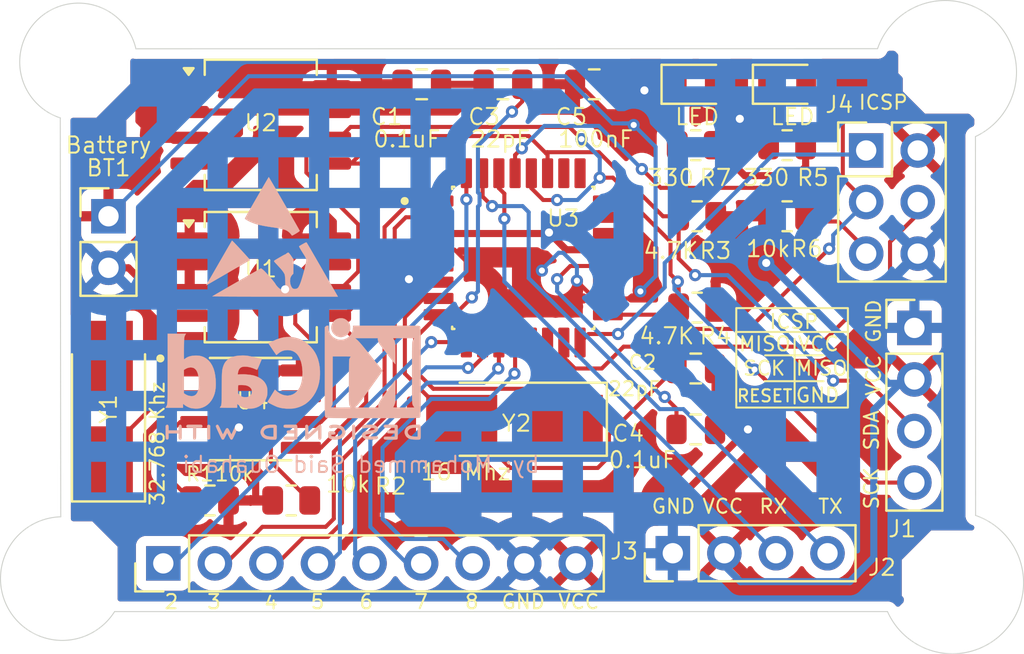
<source format=kicad_pcb>
(kicad_pcb (version 20241229) (generator "pcbnew") (generator_version "9.0")
  (title_block (title "MCU Datalogger") (date "2025-05-17") (rev "1") (company "Mohammed Said Ouahabi"))
  (layers (0 "F.Cu" signal) (2 "B.Cu" signal) (13 "F.Paste" user) (15 "B.Paste" user) (5 "F.SilkS" user "F.Silkscreen") (7 "B.SilkS" user "B.Silkscreen") (1 "F.Mask" user) (3 "B.Mask" user) (25 "Edge.Cuts" user))
  (net 0 "")
  (net 1 "GND")
  (net 2 "/Vcc")
  (net 3 "Net-(U3-PB6)")
  (net 4 "Net-(U3-PB7)")
  (net 5 "Net-(U3-AREF)")
  (net 6 "Net-(D1-K)")
  (net 7 "/SCK")
  (net 8 "Net-(D2-K)")
  (net 9 "/SDA")
  (net 10 "/RX")
  (net 11 "/TX")
  (net 12 "/D8")
  (net 13 "/D5")
  (net 14 "/D4")
  (net 15 "/D2")
  (net 16 "/D7")
  (net 17 "/D6")
  (net 18 "/D3")
  (net 19 "/MOSI")
  (net 20 "/MISO")
  (net 21 "/RESET")
  (net 22 "Net-(U4-~{INTA})")
  (net 23 "Net-(U4-SQW{slash}~INT)")
  (net 33 "Net-(U4-X1)")
  (net 34 "Net-(U4-X2)")
  (net 35 "/SCL")
  (footprint "Resistor_SMD:R_0805_2012Metric" (layer "F.Cu") (at 152.43 66.5)
    (property "Reference" "R7")
    (property "Value" "330")
  )
  (footprint "Resistor_SMD:R_0805_2012Metric" (layer "F.Cu") (at 156.93 70)
    (property "Reference" "R6")
    (property "Value" "10k")
  )
  (footprint "Capacitor_SMD:C_0805_2012Metric" (layer "F.Cu") (at 152.43 80.5 180)
    (property "Reference" "C4")
    (property "Value" "0.1uF")
  )
  (footprint "Connector_PinHeader_2.54mm:PinHeader_1x02_P2.54mm_Vertical" (layer "F.Cu") (at 123.5 70)
    (property "Reference" "BT1")
    (property "Value" "Battery")
  )
  (footprint "Crystal:Crystal_SMD_5032-2Pin_5.0x3.2mm_HandSoldering" (layer "F.Cu") (at 143.5 80 180)
    (property "Reference" "Y2")
    (property "Value" "16 Mhz")
  )
  (footprint "LED_SMD:LED_0805_2012Metric" (layer "F.Cu") (at 152.43 63.5)
    (property "Reference" "D2" (hide yes))
    (property "Value" "LED")
  )
  (footprint "Package_SO:SOIC-8_5.3x6.2mm_P1.27mm" (layer "F.Cu") (at 131 73)
    (property "Reference" "U1")
    (property "Value" "24LC1025" (hide yes))
  )
  (footprint "Connector_PinHeader_2.54mm:PinHeader_1x04_P2.54mm_Vertical" (layer "F.Cu") (at 163.2 75.5)
    (property "Reference" "J1")
    (property "Value" "Conn_01x04_Pin" (hide yes))
  )
  (footprint "Crystal:Crystal_SMD_5032-2Pin_5.0x3.2mm_HandSoldering" (layer "F.Cu") (at 123.5 79.5 90)
    (property "Reference" "Y1")
    (property "Value" "32.768 Khz")
  )
  (footprint "Connector_PinHeader_2.54mm:PinHeader_1x04_P2.54mm_Vertical" (layer "F.Cu") (at 151.3 86.6 90)
    (property "Reference" "J2")
    (property "Value" "Conn_01x04_Pin" (hide yes))
  )
  (footprint "ATMEGA328P-AU:QFP80P900X900X120-32N" (layer "F.Cu") (at 143.93 72.05)
    (property "Reference" "U3")
    (property "Value" "ATMEGA328P-AU" (hide yes))
  )
  (footprint "Connector_PinHeader_2.54mm:PinHeader_1x09_P2.54mm_Vertical" (layer "F.Cu") (at 126.2 87.1 90)
    (property "Reference" "J3")
    (property "Value" "Conn_01x09_Pin" (hide yes))
  )
  (footprint "Capacitor_SMD:C_0805_2012Metric" (layer "F.Cu") (at 142.93 63.5)
    (property "Reference" "C3")
    (property "Value" "22pF")
  )
  (footprint "Resistor_SMD:R_0805_2012Metric" (layer "F.Cu") (at 152.5 70 180)
    (property "Reference" "R3")
    (property "Value" "4.7K")
  )
  (footprint "Connector_PinHeader_2.54mm:PinHeader_2x03_P2.54mm_Vertical" (layer "F.Cu") (at 160.825 66.76)
    (property "Reference" "J4")
    (property "Value" "Conn_02x03_Odd_Even" (hide yes))
  )
  (footprint "MountingHole:MountingHole_2.1mm" (layer "F.Cu") (at 122 62.5)
    (property "Reference" "H1" (hide yes))
    (property "Value" "MountingHole" (hide yes))
  )
  (footprint "Capacitor_SMD:C_0805_2012Metric" (layer "F.Cu") (at 152.43 77.5 180)
    (property "Reference" "C2")
    (property "Value" "22pF")
  )
  (footprint "MountingHole:MountingHole_2.1mm" (layer "F.Cu") (at 165 88)
    (property "Reference" "H4" (hide yes))
    (property "Value" "MountingHole" (hide yes))
  )
  (footprint "Package_SO:SOIC-8_5.3x6.2mm_P1.27mm" (layer "F.Cu") (at 131 65.5)
    (property "Reference" "U2")
    (property "Value" "24LC1025" (hide yes))
  )
  (footprint "Resistor_SMD:R_0805_2012Metric" (layer "F.Cu") (at 132.5 84)
    (property "Reference" "R2")
    (property "Value" "10k")
  )
  (footprint "MountingHole:MountingHole_2.1mm" (layer "F.Cu") (at 165 62.5)
    (property "Reference" "H3" (hide yes))
    (property "Value" "MountingHole" (hide yes))
  )
  (footprint "Resistor_SMD:R_0805_2012Metric" (layer "F.Cu") (at 156.93 66.5 180)
    (property "Reference" "R5")
    (property "Value" "330")
  )
  (footprint "DS1337S_:SOIC127P600X175-8N" (layer "F.Cu") (at 130.5 79.5)
    (property "Reference" "U4")
    (property "Value" "DS1337S_" (hide yes))
  )
  (footprint "MountingHole:MountingHole_2.1mm" (layer "F.Cu") (at 121.5 87.5)
    (property "Reference" "H2" (hide yes))
    (property "Value" "MountingHole" (hide yes))
  )
  (footprint "Resistor_SMD:R_0805_2012Metric" (layer "F.Cu") (at 128.5 84 180)
    (property "Reference" "R1")
    (property "Value" "10k")
  )
  (footprint "LED_SMD:LED_0805_2012Metric" (layer "F.Cu") (at 156.93 63.5)
    (property "Reference" "D1" (hide yes))
    (property "Value" "LED")
  )
  (footprint "Capacitor_SMD:C_0805_2012Metric" (layer "F.Cu") (at 138.93 63.5)
    (property "Reference" "C1")
    (property "Value" "0.1uF")
  )
  (footprint "Capacitor_SMD:C_0805_2012Metric" (layer "F.Cu") (at 147.43 63.5)
    (property "Reference" "C5")
    (property "Value" "100nF")
  )
  (footprint "Resistor_SMD:R_0805_2012Metric" (layer "F.Cu") (at 152.5 74.5 180)
    (property "Reference" "R4")
    (property "Value" "4.7K")
  )
  (footprint "Symbol:KiCad-Logo2_5mm_SilkScreen" (layer "B.Cu") (at 132.6 78 180)
    (property "Reference" "REF**" (hide yes))
    (property "Value" "KiCad-Logo2_5mm_SilkScreen" (hide yes))
  )
  (footprint "Symbol:ESD-Logo_6.6x6mm_SilkScreen" (layer "B.Cu") (at 131.55 71 180)
    (property "Reference" "REF**" (hide yes))
    (property "Value" "ESD-Logo_6.6x6mm_SilkScreen" (hide yes))
  )
  (gr_line (start 155.825 78.125) (end 158.725 78.125) (stroke (width 0.1)) (layer "F.SilkS"))
  (gr_line (start 157.3 76.05) (end 157.3 79.225) (stroke (width 0.1)) (layer "F.SilkS"))
  (gr_line (start 155.85 76.85) (end 158.725 76.85) (stroke (width 0.1)) (layer "F.SilkS"))
  (gr_line (start 154.4 75.7) (end 159.925 75.7) (stroke (width 0.1)) (layer "F.SilkS"))
  (gr_rect (start 154.425 74.525) (end 159.925 79.425) (stroke (width 0.1)) (fill no) (layer "F.SilkS"))
  (gr_arc (start 166.215254 84.737834) (mid 167.657794 90.41639) (end 161.875 89.475) (stroke (width 0.05)) (layer "Edge.Cuts"))
  (gr_arc (start 123.8 89.475) (mid 118.57752 89.354028) (end 121.147614 84.806111) (stroke (width 0.05)) (layer "Edge.Cuts"))
  (gr_arc (start 161.385384 61.744968) (mid 167.062843 60.272292) (end 166.207919 66.075) (stroke (width 0.05)) (layer "Edge.Cuts"))
  (gr_line (start 161.385384 61.744968) (end 124.85 61.750002) (stroke (width 0.05)) (layer "Edge.Cuts"))
  (gr_line (start 166.215254 84.737834) (end 166.207919 66.075) (stroke (width 0.05)) (layer "Edge.Cuts"))
  (gr_line (start 123.8 89.474998) (end 161.875002 89.474998) (stroke (width 0.05)) (layer "Edge.Cuts"))
  (gr_arc (start 121.123357 65.155025) (mid 120.069655 60.259965) (end 124.85 61.75) (stroke (width 0.05)) (layer "Edge.Cuts"))
  (gr_line (start 121.125001 65.15) (end 121.147636 84.806111) (stroke (width 0.05)) (layer "Edge.Cuts"))
  (gr_text "GND" (at 157.3 79.225 0) (layer "F.SilkS") (effects (font (size 0.7 0.7) (thickness 0.1)) (justify left bottom)))
  (gr_text "ICSP" (at 160.4 64.8 0) (layer "F.SilkS") (effects (font (size 0.7 0.7) (thickness 0.1)) (justify left bottom)))
  (gr_text "2" (at 126.2 89.4 0) (layer "F.SilkS") (effects (font (size 0.7 0.7) (thickness 0.1)) (justify left bottom)))
  (gr_text "3" (at 128.3 89.4 0) (layer "F.SilkS") (effects (font (size 0.7 0.7) (thickness 0.1)) (justify left bottom)))
  (gr_text "7" (at 138.5 89.4 0) (layer "F.SilkS") (effects (font (size 0.7 0.7) (thickness 0.1)) (justify left bottom)))
  (gr_text "TX" (at 158.4 84.7 0) (layer "F.SilkS") (effects (font (size 0.7 0.7) (thickness 0.1)) (justify left bottom)))
  (gr_text "GND" (at 161.6 76.3 90) (layer "F.SilkS") (effects (font (size 0.7 0.7) (thickness 0.1)) (justify left bottom)))
  (gr_text "8\n" (at 141 89.4 0) (layer "F.SilkS") (effects (font (size 0.7 0.7) (thickness 0.1)) (justify left bottom)))
  (gr_text "6\n" (at 135.8 89.4 0) (layer "F.SilkS") (effects (font (size 0.7 0.7) (thickness 0.1)) (justify left bottom)))
  (gr_text "SCK" (at 161.5 84.5 90) (layer "F.SilkS") (effects (font (size 0.7 0.7) (thickness 0.1)) (justify left bottom)))
  (gr_text "VCC\n" (at 152.7 84.7 0) (layer "F.SilkS") (effects (font (size 0.7 0.7) (thickness 0.1)) (justify left bottom)))
  (gr_text "RESET" (at 154.4 79.2 0) (layer "F.SilkS") (effects (font (size 0.6 0.6) (thickness 0.1)) (justify left bottom)))
  (gr_text "GND" (at 142.8 89.4 0) (layer "F.SilkS") (effects (font (size 0.7 0.7) (thickness 0.1)) (justify left bottom)))
  (gr_text "VCC" (at 161.6 78.9 90) (layer "F.SilkS") (effects (font (size 0.7 0.7) (thickness 0.1)) (justify left bottom)))
  (gr_text "VCC\n" (at 145.6 89.4 0) (layer "F.SilkS") (effects (font (size 0.7 0.7) (thickness 0.1)) (justify left bottom)))
  (gr_text "RX" (at 155.5 84.7 0) (layer "F.SilkS") (effects (font (size 0.7 0.7) (thickness 0.1)) (justify left bottom)))
  (gr_text "5\n" (at 133.4 89.4 0) (layer "F.SilkS") (effects (font (size 0.7 0.7) (thickness 0.1)) (justify left bottom)))
  (gr_text "SCK" (at 154.7 77.9 0) (layer "F.SilkS") (effects (font (size 0.7 0.7) (thickness 0.1)) (justify left bottom)))
  (gr_text "ICSP" (at 156 75.6 0) (layer "F.SilkS") (effects (font (size 0.7 0.7) (thickness 0.1)) (justify left bottom)))
  (gr_text "GND" (at 150.2 84.7 0) (layer "F.SilkS") (effects (font (size 0.7 0.7) (thickness 0.1)) (justify left bottom)))
  (gr_text "MISO" (at 154.5 76.7 0) (layer "F.SilkS") (effects (font (size 0.7 0.7) (thickness 0.1)) (justify left bottom)))
  (gr_text "4\n" (at 131.1 89.4 0) (layer "F.SilkS") (effects (font (size 0.6 0.7) (thickness 0.1)) (justify left bottom)))
  (gr_text "VCC\n" (at 157.4 76.7 0) (layer "F.SilkS") (effects (font (size 0.7 0.7) (thickness 0.1)) (justify left bottom)))
  (gr_text "SDA\n" (at 161.5 81.6 90) (layer "F.SilkS") (effects (font (size 0.7 0.7) (thickness 0.1)) (justify left bottom)))
  (gr_text "MISO" (at 157.3 77.9 0) (layer "F.SilkS") (effects (font (size 0.7 0.7) (thickness 0.1)) (justify left bottom)))
  (gr_text "by: Mohammed Said Ouahabi" (at 144.8 82.7 0) (layer "B.SilkS") (effects (font (size 0.8 0.8) (thickness 0.1)) (justify left bottom mirror)))
  (segment (start 130.08137 80.408714) (end 130.075003 80.402347) (width 0.35) (layer "F.Cu") (net 1))
  (segment (start 127.5 67.405) (end 128.449999 67.405) (width 0.35) (layer "F.Cu") (net 1))
  (segment (start 145.15 70.85) (end 145.2 70.8) (width 0.35) (layer "F.Cu") (net 1))
  (segment (start 138.85 70.85) (end 138.3 71.4) (width 0.35) (layer "F.Cu") (net 1))
  (segment (start 151.34 84.16) (end 155 80.5) (width 0.35) (layer "F.Cu") (net 1))
  (segment (start 130.075003 80.402347) (end 129.925 80.402347) (width 0.35) (layer "F.Cu") (net 1))
  (segment (start 128.449999 67.405) (end 129.95 65.904999) (width 0.35) (layer "F.Cu") (net 1))
  (segment (start 139.76 70.85) (end 138.85 70.85) (width 0.35) (layer "F.Cu") (net 1))
  (segment (start 153.38 80.5) (end 155 80.5) (width 0.35) (layer "F.Cu") (net 1))
  (segment (start 153.38 77.5) (end 153.38 80.5) (width 0.35) (layer "F.Cu") (net 1))
  (segment (start 139.88 63.5) (end 141.98 63.5) (width 0.35) (layer "F.Cu") (net 1))
  (segment (start 157.4 68) (end 157.8425 67.5575) (width 0.35) (layer "F.Cu") (net 1))
  (segment (start 124.776 71.276) (end 124.764 71.276) (width 0.35) (layer "F.Cu") (net 1))
  (segment (start 129.975 80.50235) (end 129.975 80.452347) (width 0.35) (layer "F.Cu") (net 1))
  (segment (start 127.5 74.905) (end 126.8475 74.905) (width 0.35) (layer "F.Cu") (net 1))
  (segment (start 154.8425 68) (end 157.4 68) (width 0.35) (layer "F.Cu") (net 1))
  (segment (start 124.764 71.276) (end 123.5 72.54) (width 0.35) (layer "F.Cu") (net 1))
  (segment (start 153.3425 66.5) (end 154.8425 68) (width 0.35) (layer "F.Cu") (net 1))
  (segment (start 139.76 70.85) (end 145.15 70.85) (width 0.35) (layer "F.Cu") (net 1))
  (segment (start 151.34 86.56) (end 151.34 84.16) (width 0.35) (layer "F.Cu") (net 1))
  (segment (start 151.3 86.6) (end 151.34 86.56) (width 0.35) (layer "F.Cu") (net 1))
  (segment (start 129.975 80.452347) (end 129.925 80.402347) (width 0.35) (layer "F.Cu") (net 1))
  (segment (start 127.5 67.405) (end 125.5 69.405) (width 0.35) (layer "F.Cu") (net 1))
  (segment (start 124.776 71.264) (end 124.776 71.276) (width 0.35) (layer "F.Cu") (net 1))
  (segment (start 134.5 64.865) (end 140.615 64.865) (width 0.35) (layer "F.Cu") (net 1))
  (segment (start 148.1 71.65) (end 146.05 71.65) (width 0.35) (layer "F.Cu") (net 1))
  (segment (start 130.08137 80.41863) (end 130.08137 80.408714) (width 0.35) (layer "F.Cu") (net 1))
  (segment (start 153.3425 66.4575) (end 154.6 65.2) (width 0.35) (layer "F.Cu") (net 1))
  (segment (start 146.05 71.65) (end 145.2 70.8) (width 0.35) (layer "F.Cu") (net 1))
  (segment (start 140.615 64.865) (end 141.98 63.5) (width 0.35) (layer "F.Cu") (net 1))
  (segment (start 163.5 72.305) (end 163.765 72.04) (width 0.35) (layer "F.Cu") (net 1))
  (segment (start 126.8475 74.905) (end 124.4825 72.54) (width 0.35) (layer "F.Cu") (net 1))
  (segment (start 134.5 72.365) (end 133.435 72.365) (width 0.35) (layer "F.Cu") (net 1))
  (segment (start 133.435 72.365) (end 132.2 73.6) (width 0.35) (layer "F.Cu") (net 1))
  (segment (start 128.025 81.405) (end 129.07235 81.405) (width 0.35) (layer "F.Cu") (net 1))
  (segment (start 148.68 63.8) (end 148.38 63.5) (width 0.35) (layer "F.Cu") (net 1))
  (segment (start 129.95 65.904999) (end 129.95 64.865) (width 0.35) (layer "F.Cu") (net 1))
  (segment (start 157.8425 67.5575) (end 157.8425 66.5) (width 0.35) (layer "F.Cu") (net 1))
  (segment (start 125.5 69.405) (end 125.5 70.54) (width 0.35) (layer "F.Cu") (net 1))
  (segment (start 138.85 72.45) (end 139.76 72.45) (width 0.35) (layer "F.Cu") (net 1))
  (segment (start 138.3 71.4) (end 138.3 71.9) (width 0.35) (layer "F.Cu") (net 1))
  (segment (start 130 80.5) (end 130.08137 80.41863) (width 0.35) (layer "F.Cu") (net 1))
  (segment (start 124.4825 72.54) (end 123.5 72.54) (width 0.35) (layer "F.Cu") (net 1))
  (segment (start 129.95 64.865) (end 127.5 64.865) (width 0.35) (layer "F.Cu") (net 1))
  (segment (start 129.07235 81.405) (end 129.975 80.50235) (width 0.35) (layer "F.Cu") (net 1))
  (segment (start 125.5 70.54) (end 124.776 71.264) (width 0.35) (layer "F.Cu") (net 1))
  (segment (start 153.3425 66.5) (end 153.3425 66.4575) (width 0.35) (layer "F.Cu") (net 1))
  (segment (start 138.3 71.9) (end 138.3 73.1) (width 0.35) (layer "F.Cu") (net 1))
  (segment (start 134.5 64.865) (end 129.95 64.865) (width 0.35) (layer "F.Cu") (net 1))
  (segment (start 138.3 71.9) (end 138.85 72.45) (width 0.35) (layer "F.Cu") (net 1))
  (segment (start 149.9 63.8) (end 148.68 63.8) (width 0.35) (layer "F.Cu") (net 1))
  (via (at 155 80.5) (size 0.8) (drill 0.4) (layers "F.Cu" "B.Cu") (net 1))
  (via (at 132.2 73.6) (size 0.8) (drill 0.4) (layers "F.Cu" "B.Cu") (net 1))
  (via (at 154.6 65.2) (size 0.8) (drill 0.4) (layers "F.Cu" "B.Cu") (net 1))
  (via (at 129.925 80.402347) (size 0.8) (drill 0.4) (layers "F.Cu" "B.Cu") (net 1))
  (via (at 149.9 63.8) (size 0.8) (drill 0.4) (layers "F.Cu" "B.Cu") (net 1))
  (via (at 145.2 70.8) (size 0.8) (drill 0.4) (layers "F.Cu" "B.Cu") (net 1))
  (via (at 138.3 73.1) (size 0.8) (drill 0.4) (layers "F.Cu" "B.Cu") (net 1))
  (segment (start 127.495 63.6) (end 125.7 63.6) (width 0.35) (layer "F.Cu") (net 2))
  (segment (start 129.4125 84) (end 130.75 84) (width 0.35) (layer "F.Cu") (net 2))
  (segment (start 149.35 74.05) (end 149.7 73.7) (width 0.2) (layer "F.Cu") (net 2))
  (segment (start 146.48 63.5) (end 146.7 63.5) (width 0.2) (layer "F.Cu") (net 2))
  (segment (start 153.4125 70) (end 156.0175 70) (width 0.35) (layer "F.Cu") (net 2))
  (segment (start 148.702909 65.502909) (end 149.372091 65.502909) (width 0.2) (layer "F.Cu") (net 2))
  (segment (start 146.48 63.5) (end 147.58 62.4) (width 0.2) (layer "F.Cu") (net 2))
  (segment (start 143.775 73.7) (end 144.8 72.675) (width 0.2) (layer "F.Cu") (net 2))
  (segment (start 148.1 74.05) (end 149.35 74.05) (width 0.2) (layer "F.Cu") (net 2))
  (segment (start 130.75 84) (end 131.5875 84) (width 0.35) (layer "F.Cu") (net 2))
  (segment (start 127.5 73.635) (end 130.265 73.635) (width 0.35) (layer "F.Cu") (net 2))
  (segment (start 132.975 77.595) (end 131.99 77.595) (width 0.35) (layer "F.Cu") (net 2))
  (segment (start 127.5 63.595) (end 127.495 63.6) (width 0.35) (layer "F.Cu") (net 2))
  (segment (start 146.575 73.175) (end 146.575 73.193022) (width 0.2) (layer "F.Cu") (net 2))
  (segment (start 146.7 63.5) (end 148.702909 65.502909) (width 0.2) (layer "F.Cu") (net 2))
  (segment (start 130.265 73.635) (end 132.805 71.095) (width 0.35) (layer "F.Cu") (net 2))
  (segment (start 125.835 66.135) (end 127.5 66.135) (width 0.35) (layer "F.Cu") (net 2))
  (segment (start 131.99 77.595) (end 130.75 78.835) (width 0.35) (layer "F.Cu") (net 2))
  (segment (start 125.7 63.6) (end 125 64.3) (width 0.35) (layer "F.Cu") (net 2))
  (segment (start 132.805 71.095) (end 134.5 71.095) (width 0.35) (layer "F.Cu") (net 2))
  (segment (start 155.6 72) (end 155.9 72.3) (width 0.35) (layer "F.Cu") (net 2))
  (segment (start 146.575 73.193022) (end 147.431978 74.05) (width 0.2) (layer "F.Cu") (net 2))
  (segment (start 144.8 72.675) (end 144.85 72.675) (width 0.2) (layer "F.Cu") (net 2))
  (segment (start 153.4125 70) (end 153.4125 72) (width 0.35) (layer "F.Cu") (net 2))
  (segment (start 152.2675 62.4) (end 153.3675 63.5) (width 0.2) (layer "F.Cu") (net 2))
  (segment (start 142.6 73.7) (end 143.775 73.7) (width 0.2) (layer "F.Cu") (net 2))
  (segment (start 139.76 71.65) (end 140.55 71.65) (width 0.2) (layer "F.Cu") (net 2))
  (segment (start 140.55 71.65) (end 142.6 73.7) (width 0.2) (layer "F.Cu") (net 2))
  (segment (start 127.5 72.365) (end 127.5 73.635) (width 0.35) (layer "F.Cu") (net 2))
  (segment (start 153.4125 72) (end 155.6 72) (width 0.35) (layer "F.Cu") (net 2))
  (segment (start 130.75 78.835) (end 130.75 84) (width 0.35) (layer "F.Cu") (net 2))
  (segment (start 147.58 62.4) (end 152.2675 62.4) (width 0.2) (layer "F.Cu") (net 2))
  (segment (start 125 64.3) (end 125 65.3) (width 0.35) (layer "F.Cu") (net 2))
  (segment (start 127.5 71.095) (end 127.5 72.365) (width 0.35) (layer "F.Cu") (net 2))
  (segment (start 147.431978 74.05) (end 148.1 74.05) (width 0.2) (layer "F.Cu") (net 2))
  (segment (start 153.4125 72) (end 153.4125 74.5) (width 0.35) (layer "F.Cu") (net 2))
  (segment (start 134.5 63.595) (end 137.885 63.595) (width 0.35) (layer "F.Cu") (net 2))
  (segment (start 125 65.3) (end 125.835 66.135) (width 0.35) (layer "F.Cu") (net 2))
  (segment (start 137.885 63.595) (end 137.98 63.5) (width 0.35) (layer "F.Cu") (net 2))
  (via (at 155.9 72.3) (size 0.8) (drill 0.4) (layers "F.Cu" "B.Cu") (net 2))
  (via (at 146.575 73.175) (size 0.6) (drill 0.3) (layers "F.Cu" "B.Cu") (net 2))
  (via (at 149.7 73.7) (size 0.6) (drill 0.3) (layers "F.Cu" "B.Cu") (net 2))
  (via (at 149.372091 65.502909) (size 0.6) (drill 0.3) (layers "F.Cu" "B.Cu") (net 2))
  (via (at 144.85 72.675) (size 0.6) (drill 0.3) (layers "F.Cu" "B.Cu") (net 2))
  (segment (start 160.014537 88) (end 161.2 86.814537) (width 0.35) (layer "B.Cu") (net 2))
  (segment (start 153.84 87.21) (end 154.63 88) (width 0.35) (layer "B.Cu") (net 2))
  (segment (start 148.325 65.425) (end 148.825 65.425) (width 0.2) (layer "B.Cu") (net 2))
  (segment (start 130.4 63.1) (end 146 63.1) (width 0.2) (layer "B.Cu") (net 2))
  (segment (start 154.63 88) (end 160.014537 88) (width 0.35) (layer "B.Cu") (net 2))
  (segment (start 123.5 70) (end 130.4 63.1) (width 0.2) (layer "B.Cu") (net 2))
  (segment (start 153.84 86.6) (end 153.84 87.21) (width 0.35) (layer "B.Cu") (net 2))
  (segment (start 162.5 78.23) (end 161.93 78.23) (width 0.35) (layer "B.Cu") (net 2))
  (segment (start 150.451 66.581818) (end 150.451 72.949) (width 0.2) (layer "B.Cu") (net 2))
  (segment (start 145.9 71.8) (end 145.675 71.8) (width 0.2) (layer "B.Cu") (net 2))
  (segment (start 161.93 78.23) (end 156 72.3) (width 0.35) (layer "B.Cu") (net 2))
  (segment (start 149.294182 65.425) (end 149.372091 65.502909) (width 0.2) (layer "B.Cu") (net 2))
  (segment (start 161.2 86.814537) (end 161.2 79.53) (width 0.35) (layer "B.Cu") (net 2))
  (segment (start 150.451 72.949) (end 149.7 73.7) (width 0.2) (layer "B.Cu") (net 2))
  (segment (start 148.825 65.425) (end 149.294182 65.425) (width 0.2) (layer "B.Cu") (net 2))
  (segment (start 156 72.3) (end 155.9 72.3) (width 0.35) (layer "B.Cu") (net 2))
  (segment (start 163.01 78.23) (end 162.5 78.23) (width 0.35) (layer "B.Cu") (net 2))
  (segment (start 148.825 65.425) (end 149.294182 65.425) (width 0.2) (layer "B.Cu") (net 2))
  (segment (start 146 63.1) (end 148.325 65.425) (width 0.2) (layer "B.Cu") (net 2))
  (segment (start 144.85 72.625) (end 144.85 72.675) (width 0.2) (layer "B.Cu") (net 2))
  (segment (start 163.2 78.04) (end 163.01 78.23) (width 0.35) (layer "B.Cu") (net 2))
  (segment (start 149.294182 65.425) (end 150.451 66.581818) (width 0.2) (layer "B.Cu") (net 2))
  (segment (start 146.575 72.475) (end 145.9 71.8) (width 0.2) (layer "B.Cu") (net 2))
  (segment (start 161.2 79.53) (end 162.5 78.23) (width 0.35) (layer "B.Cu") (net 2))
  (segment (start 145.675 71.8) (end 144.85 72.625) (width 0.2) (layer "B.Cu") (net 2))
  (segment (start 146.575 73.175) (end 146.575 72.475) (width 0.2) (layer "B.Cu") (net 2))
  (segment (start 140.35 80) (end 138.1 77.75) (width 0.2) (layer "F.Cu") (net 3))
  (segment (start 143.3 82.4) (end 140.9 80) (width 0.2) (layer "F.Cu") (net 3))
  (segment (start 151.48 77.5) (end 151.48 77.92) (width 0.2) (layer "F.Cu") (net 3))
  (segment (start 138.1 74.975) (end 139.025 74.05) (width 0.2) (layer "F.Cu") (net 3))
  (segment (start 147.6 82.4) (end 143.3 82.4) (width 0.2) (layer "F.Cu") (net 3))
  (segment (start 140.9 80) (end 140.35 80) (width 0.2) (layer "F.Cu") (net 3))
  (segment (start 148.151 80.750581) (end 148.151 81.849) (width 0.2) (layer "F.Cu") (net 3))
  (segment (start 148.151 81.849) (end 147.6 82.4) (width 0.2) (layer "F.Cu") (net 3))
  (segment (start 151.48 77.92) (end 151.23079 77.670791) (width 0.2) (layer "F.Cu") (net 3))
  (segment (start 139.025 74.05) (end 139.76 74.05) (width 0.2) (layer "F.Cu") (net 3))
  (segment (start 138.1 77.75) (end 138.1 74.975) (width 0.2) (layer "F.Cu") (net 3))
  (segment (start 151.23079 77.670791) (end 148.151 80.750581) (width 0.2) (layer "F.Cu") (net 3))
  (segment (start 139.76 74.85) (end 138.6 76.01) (width 0.2) (layer "F.Cu") (net 4))
  (segment (start 139.76 74.85) (end 140.55 74.85) (width 0.2) (layer "F.Cu") (net 4))
  (segment (start 143.88 63.5) (end 143.88 64.346617) (width 0.2) (layer "F.Cu") (net 4))
  (segment (start 143.88 64.346617) (end 143.376617 64.85) (width 0.2) (layer "F.Cu") (net 4))
  (segment (start 139.5 78.5) (end 144.6 78.5) (width 0.2) (layer "F.Cu") (net 4))
  (segment (start 138.6 76.01) (end 138.6 77.6) (width 0.2) (layer "F.Cu") (net 4))
  (segment (start 138.6 77.6) (end 139.5 78.5) (width 0.2) (layer "F.Cu") (net 4))
  (segment (start 140.55 74.85) (end 141.4 74) (width 0.2) (layer "F.Cu") (net 4))
  (segment (start 144.6 78.5) (end 146.1 80) (width 0.2) (layer "F.Cu") (net 4))
  (via (at 141.4 74) (size 0.6) (drill 0.3) (layers "F.Cu" "B.Cu") (net 4))
  (via (at 143.376617 64.85) (size 0.6) (drill 0.3) (layers "F.Cu" "B.Cu") (net 4))
  (segment (start 141.7 66.526617) (end 141.7 68.825761) (width 0.2) (layer "B.Cu") (net 4))
  (segment (start 141.7 69.524239) (end 141.7 73.7) (width 0.2) (layer "B.Cu") (net 4))
  (segment (start 141.7 68.825761) (end 141.78 68.905761) (width 0.2) (layer "B.Cu") (net 4))
  (segment (start 141.78 69.444239) (end 141.7 69.524239) (width 0.2) (layer "B.Cu") (net 4))
  (segment (start 141.7 73.7) (end 141.4 74) (width 0.2) (layer "B.Cu") (net 4))
  (segment (start 141.78 68.905761) (end 141.78 69.444239) (width 0.2) (layer "B.Cu") (net 4))
  (segment (start 143.376617 64.85) (end 141.7 66.526617) (width 0.2) (layer "B.Cu") (net 4))
  (segment (start 151.48 80.5) (end 151.48 80.52) (width 0.2) (layer "F.Cu") (net 5))
  (segment (start 151.48 80.52) (end 151.2 80.8) (width 0.2) (layer "F.Cu") (net 5))
  (segment (start 146.25 72.45) (end 145.6 73.1) (width 0.2) (layer "F.Cu") (net 5))
  (segment (start 151.48 79.48) (end 150.9 78.9) (width 0.2) (layer "F.Cu") (net 5))
  (segment (start 148.1 72.45) (end 146.25 72.45) (width 0.2) (layer "F.Cu") (net 5))
  (segment (start 151.48 80.5) (end 151.48 79.48) (width 0.2) (layer "F.Cu") (net 5))
  (via (at 145.6 73.1) (size 0.6) (drill 0.3) (layers "F.Cu" "B.Cu") (net 5))
  (via (at 150.9 78.9) (size 0.6) (drill 0.3) (layers "F.Cu" "B.Cu") (net 5))
  (segment (start 145.6 73.7) (end 145.6 73.1) (width 0.2) (layer "B.Cu") (net 5))
  (segment (start 150.8 78.9) (end 145.6 73.7) (width 0.2) (layer "B.Cu") (net 5))
  (segment (start 150.9 78.9) (end 150.8 78.9) (width 0.2) (layer "B.Cu") (net 5))
  (segment (start 155.9925 63.5) (end 155.9925 66.475) (width 0.2) (layer "F.Cu") (net 6))
  (segment (start 155.9925 66.475) (end 156.0175 66.5) (width 0.2) (layer "F.Cu") (net 6))
  (segment (start 157.8675 63.5) (end 159.674 65.3065) (width 0.2) (layer "F.Cu") (net 7))
  (segment (start 155.049 75.551) (end 159 71.6) (width 0.2) (layer "F.Cu") (net 7))
  (segment (start 148.1 74.85) (end 150.43884 74.85) (width 0.2) (layer "F.Cu") (net 7))
  (segment (start 150.43884 74.85) (end 151.13984 75.551) (width 0.2) (layer "F.Cu") (net 7))
  (segment (start 159.674 65.3065) (end 159.674 68.149) (width 0.2) (layer "F.Cu") (net 7))
  (segment (start 151.13984 75.551) (end 155.049 75.551) (width 0.2) (layer "F.Cu") (net 7))
  (segment (start 159.674 68.149) (end 160.825 69.3) (width 0.2) (layer "F.Cu") (net 7))
  (via (at 159 71.6) (size 0.6) (drill 0.3) (layers "F.Cu" "B.Cu") (net 7))
  (segment (start 159.2 70.925) (end 160.825 69.3) (width 0.2) (layer "B.Cu") (net 7))
  (segment (start 159 71.6) (end 159.2 71.4) (width 0.2) (layer "B.Cu") (net 7))
  (segment (start 159.2 71.4) (end 159.2 70.925) (width 0.2) (layer "B.Cu") (net 7))
  (segment (start 151.5175 66.5) (end 151.5175 63.525) (width 0.2) (layer "F.Cu") (net 8))
  (segment (start 151.5175 63.525) (end 151.4925 63.5) (width 0.2) (layer "F.Cu") (net 8))
  (segment (start 133.96 81.405) (end 136.195 79.17) (width 0.2) (layer "F.Cu") (net 9))
  (segment (start 132.975 81.405) (end 133.96 81.405) (width 0.2) (layer "F.Cu") (net 9))
  (segment (start 147.656997 66.844) (end 145.106 66.844) (width 0.2) (layer "F.Cu") (net 9))
  (segment (start 134.5 67.405) (end 135.449999 67.405) (width 0.2) (layer "F.Cu") (net 9))
  (segment (start 136.298 73.709315) (end 136.298 67.798) (width 0.2) (layer "F.Cu") (net 9))
  (segment (start 136.804999 66.05) (end 144.206099 66.05) (width 0.2) (layer "F.Cu") (net 9))
  (segment (start 145.053049 66.896951) (end 145.13 66.973901) (width 0.2) (layer "F.Cu") (net 9))
  (segment (start 136.298 67.798) (end 135.905 67.405) (width 0.2) (layer "F.Cu") (net 9))
  (segment (start 135.102315 74.905) (end 136.298 73.709315) (width 0.2) (layer "F.Cu") (net 9))
  (segment (start 135.905 67.405) (end 134.5 67.405) (width 0.2) (layer "F.Cu") (net 9))
  (segment (start 150.812997 70) (end 147.656997 66.844) (width 0.2) (layer "F.Cu") (net 9))
  (segment (start 145.13 66.973901) (end 145.13 67.88) (width 0.2) (layer "F.Cu") (net 9))
  (segment (start 151.5875 72.0875) (end 152.4 72.9) (width 0.2) (layer "F.Cu") (net 9))
  (segment (start 145.106 66.844) (end 145.053049 66.896951) (width 0.2) (layer "F.Cu") (net 9))
  (segment (start 134.5 74.905) (end 135.102315 74.905) (width 0.2) (layer "F.Cu") (net 9))
  (segment (start 136.195 79.17) (end 136.195 76.6) (width 0.2) (layer "F.Cu") (net 9))
  (segment (start 151.5875 70) (end 150.812997 70) (width 0.2) (layer "F.Cu") (net 9))
  (segment (start 144.206099 66.05) (end 145.053049 66.896951) (width 0.2) (layer "F.Cu") (net 9))
  (segment (start 163.2 80.58) (end 163.2 80.47) (width 0.2) (layer "F.Cu") (net 9))
  (segment (start 136.195 76.6) (end 134.5 74.905) (width 0.2) (layer "F.Cu") (net 9))
  (segment (start 151.5875 70) (end 151.5875 72.0875) (width 0.2) (layer "F.Cu") (net 9))
  (segment (start 160.83 78.1) (end 159.2 78.1) (width 0.2) (layer "F.Cu") (net 9))
  (segment (start 163.2 80.47) (end 160.83 78.1) (width 0.2) (layer "F.Cu") (net 9))
  (segment (start 135.449999 67.405) (end 136.804999 66.05) (width 0.2) (layer "F.Cu") (net 9))
  (via (at 152.4 72.9) (size 0.6) (drill 0.3) (layers "F.Cu" "B.Cu") (net 9))
  (via (at 159.2 78.1) (size 0.6) (drill 0.3) (layers "F.Cu" "B.Cu") (net 9))
  (segment (start 154 72.9) (end 152.4 72.9) (width 0.2) (layer "B.Cu") (net 9))
  (segment (start 159.2 78.1) (end 154 72.9) (width 0.2) (layer "B.Cu") (net 9))
  (segment (start 143 68.885) (end 143 70.125) (width 0.2) (layer "F.Cu") (net 10))
  (segment (start 142.73 68.615) (end 143 68.885) (width 0.2) (layer "F.Cu") (net 10))
  (segment (start 142.73 67.88) (end 142.73 68.615) (width 0.2) (layer "F.Cu") (net 10))
  (via (at 143 70.125) (size 0.6) (drill 0.3) (layers "F.Cu" "B.Cu") (net 10))
  (segment (start 156.38 86.6) (end 143 73.22) (width 0.2) (layer "B.Cu") (net 10))
  (segment (start 143 73.22) (end 143 70.125) (width 0.2) (layer "B.Cu") (net 10))
  (segment (start 141.93 67.88) (end 141.93 69.03) (width 0.2) (layer "F.Cu") (net 11))
  (segment (start 141.93 69.03) (end 142.4 69.5) (width 0.2) (layer "F.Cu") (net 11))
  (via (at 142.4 69.5) (size 0.6) (drill 0.3) (layers "F.Cu" "B.Cu") (net 11))
  (segment (start 144.2 73.049943) (end 144.2 69.8) (width 0.2) (layer "B.Cu") (net 11))
  (segment (start 144.2 69.8) (end 143.9 69.5) (width 0.2) (layer "B.Cu") (net 11))
  (segment (start 158.92 86.6) (end 151.821 79.501) (width 0.2) (layer "B.Cu") (net 11))
  (segment (start 151.821 79.501) (end 150.651057 79.501) (width 0.2) (layer "B.Cu") (net 11))
  (segment (start 150.651057 79.501) (end 144.2 73.049943) (width 0.2) (layer "B.Cu") (net 11))
  (segment (start 143.9 69.5) (end 142.4 69.5) (width 0.2) (layer "B.Cu") (net 11))
  (segment (start 143.53 76.22) (end 143.53 77.72) (width 0.2) (layer "F.Cu") (net 12))
  (segment (start 143.53 77.72) (end 143.5 77.75) (width 0.2) (layer "F.Cu") (net 12))
  (via (at 143.5 77.75) (size 0.6) (drill 0.3) (layers "F.Cu" "B.Cu") (net 12))
  (segment (start 141.18 87.1) (end 139.98 85.9) (width 0.2) (layer "B.Cu") (net 12))
  (segment (start 139.4 79) (end 142.25 79) (width 0.2) (layer "B.Cu") (net 12))
  (segment (start 142.25 79) (end 143.5 77.75) (width 0.2) (layer "B.Cu") (net 12))
  (segment (start 137 81.4) (end 139.4 79) (width 0.2) (layer "B.Cu") (net 12))
  (segment (start 139.98 85.9) (end 138 85.9) (width 0.2) (layer "B.Cu") (net 12))
  (segment (start 141.44 87.1) (end 141.18 87.1) (width 0.2) (layer "B.Cu") (net 12))
  (segment (start 137 84.9) (end 137 81.4) (width 0.2) (layer "B.Cu") (net 12))
  (segment (start 138 85.9) (end 137 84.9) (width 0.2) (layer "B.Cu") (net 12))
  (segment (start 141.11 76.2) (end 141.13 76.22) (width 0.2) (layer "F.Cu") (net 13))
  (segment (start 139.4 76.2) (end 141.11 76.2) (width 0.2) (layer "F.Cu") (net 13))
  (via (at 139.4 76.2) (size 0.6) (drill 0.3) (layers "F.Cu" "B.Cu") (net 13))
  (segment (start 134.9 80.7) (end 139.4 76.2) (width 0.2) (layer "B.Cu") (net 13))
  (segment (start 134.36 87.1) (end 134.9 86.56) (width 0.2) (layer "B.Cu") (net 13))
  (segment (start 133.82 87.1) (end 134.36 87.1) (width 0.2) (layer "B.Cu") (net 13))
  (segment (start 134.9 86.56) (end 134.9 80.7) (width 0.2) (layer "B.Cu") (net 13))
  (segment (start 137.6 70.6) (end 137.6 72.739339) (width 0.2) (layer "F.Cu") (net 14))
  (segment (start 138.15 70.05) (end 137.6 70.6) (width 0.2) (layer "F.Cu") (net 14))
  (segment (start 131.82 87.1) (end 131.28 87.1) (width 0.2) (layer "F.Cu") (net 14))
  (segment (start 137.6 72.739339) (end 137.55 72.789339) (width 0.2) (layer "F.Cu") (net 14))
  (segment (start 137.55 73.410661) (end 137.6 73.460661) (width 0.2) (layer "F.Cu") (net 14))
  (segment (start 137.55 72.789339) (end 137.55 73.410661) (width 0.2) (layer "F.Cu") (net 14))
  (segment (start 135 82) (end 135 85.1) (width 0.2) (layer "F.Cu") (net 14))
  (segment (start 137.6 73.460661) (end 137.6 79.4) (width 0.2) (layer "F.Cu") (net 14))
  (segment (start 134.3 85.8) (end 133.12 85.8) (width 0.2) (layer "F.Cu") (net 14))
  (segment (start 139.76 70.05) (end 138.15 70.05) (width 0.2) (layer "F.Cu") (net 14))
  (segment (start 137.6 79.4) (end 135 82) (width 0.2) (layer "F.Cu") (net 14))
  (segment (start 135 85.1) (end 134.3 85.8) (width 0.2) (layer "F.Cu") (net 14))
  (segment (start 133.12 85.8) (end 131.82 87.1) (width 0.2) (layer "F.Cu") (net 14))
  (segment (start 141.13 67.88) (end 141.13 69.175) (width 0.2) (layer "F.Cu") (net 15))
  (via (at 141.13 69.175) (size 0.6) (drill 0.3) (layers "F.Cu" "B.Cu") (net 15))
  (segment (start 126.2 87.1) (end 126.74 87.1) (width 0.2) (layer "B.Cu") (net 15))
  (segment (start 141.13 72.71) (end 141.13 69.175) (width 0.2) (layer "B.Cu") (net 15))
  (segment (start 126.74 87.1) (end 141.13 72.71) (width 0.2) (layer "B.Cu") (net 15))
  (segment (start 142.73 76.22) (end 142.73 77.47) (width 0.2) (layer "F.Cu") (net 16))
  (segment (start 142.73 77.47) (end 142.7 77.5) (width 0.2) (layer "F.Cu") (net 16))
  (via (at 142.7 77.5) (size 0.6) (drill 0.3) (layers "F.Cu" "B.Cu") (net 16))
  (segment (start 136.4 81) (end 139.2 78.2) (width 0.2) (layer "B.Cu") (net 16))
  (segment (start 136.4 85.3) (end 136.4 81) (width 0.2) (layer "B.Cu") (net 16))
  (segment (start 142 78.2) (end 142.7 77.5) (width 0.2) (layer "B.Cu") (net 16))
  (segment (start 138.9 87.1) (end 138.2 87.1) (width 0.2) (layer "B.Cu") (net 16))
  (segment (start 138.2 87.1) (end 136.4 85.3) (width 0.2) (layer "B.Cu") (net 16))
  (segment (start 139.2 78.2) (end 142 78.2) (width 0.2) (layer "B.Cu") (net 16))
  (segment (start 141.416023 77.468977) (end 141.211784 77.468977) (width 0.2) (layer "F.Cu") (net 17))
  (segment (start 141.93 76.955) (end 141.416023 77.468977) (width 0.2) (layer "F.Cu") (net 17))
  (segment (start 141.93 76.22) (end 141.93 76.955) (width 0.2) (layer "F.Cu") (net 17))
  (via (at 141.211784 77.468977) (size 0.6) (drill 0.3) (layers "F.Cu" "B.Cu") (net 17))
  (segment (start 136.1 87.1) (end 135.65 86.65) (width 0.2) (layer "B.Cu") (net 17))
  (segment (start 136.36 87.1) (end 136.1 87.1) (width 0.2) (layer "B.Cu") (net 17))
  (segment (start 135.65 80.95) (end 139.15962 77.44038) (width 0.2) (layer "B.Cu") (net 17))
  (segment (start 141.183187 77.44038) (end 141.211784 77.468977) (width 0.2) (layer "B.Cu") (net 17))
  (segment (start 135.65 86.65) (end 135.65 80.95) (width 0.2) (layer "B.Cu") (net 17))
  (segment (start 139.15962 77.44038) (end 141.183187 77.44038) (width 0.2) (layer "B.Cu") (net 17))
  (segment (start 131.08 85.3) (end 134.2 85.3) (width 0.2) (layer "F.Cu") (net 18))
  (segment (start 134.6 84.9) (end 134.6 81.6) (width 0.2) (layer "F.Cu") (net 18))
  (segment (start 137.1 70.534315) (end 138.384315 69.25) (width 0.2) (layer "F.Cu") (net 18))
  (segment (start 128.74 87.1) (end 129.28 87.1) (width 0.2) (layer "F.Cu") (net 18))
  (segment (start 134.2 85.3) (end 134.6 84.9) (width 0.2) (layer "F.Cu") (net 18))
  (segment (start 137.1 79.1) (end 137.1 70.534315) (width 0.2) (layer "F.Cu") (net 18))
  (segment (start 129.28 87.1) (end 131.08 85.3) (width 0.2) (layer "F.Cu") (net 18))
  (segment (start 138.384315 69.25) (end 139.76 69.25) (width 0.2) (layer "F.Cu") (net 18))
  (segment (start 134.6 81.6) (end 137.1 79.1) (width 0.2) (layer "F.Cu") (net 18))
  (segment (start 147.8 77.5) (end 146.475 77.5) (width 0.2) (layer "F.Cu") (net 19))
  (segment (start 162 71.265) (end 162 72.89276) (width 0.2) (layer "F.Cu") (net 19))
  (segment (start 163.765 69.5) (end 162 71.265) (width 0.2) (layer "F.Cu") (net 19))
  (segment (start 158.46876 76.424) (end 148.876 76.424) (width 0.2) (layer "F.Cu") (net 19))
  (segment (start 162 72.89276) (end 158.46876 76.424) (width 0.2) (layer "F.Cu") (net 19))
  (segment (start 145.93 76.955) (end 145.93 76.22) (width 0.2) (layer "F.Cu") (net 19))
  (segment (start 148.876 76.424) (end 147.8 77.5) (width 0.2) (layer "F.Cu") (net 19))
  (segment (start 146.475 77.5) (end 145.93 76.955) (width 0.2) (layer "F.Cu") (net 19))
  (segment (start 147.15 75.8) (end 146.73 76.22) (width 0.2) (layer "F.Cu") (net 20))
  (segment (start 148.6 75.8) (end 147.15 75.8) (width 0.2) (layer "F.Cu") (net 20))
  (via (at 148.6 75.8) (size 0.6) (drill 0.3) (layers "F.Cu" "B.Cu") (net 20))
  (segment (start 156.24 66.96) (end 150.901 72.299) (width 0.2) (layer "B.Cu") (net 20))
  (segment (start 161.225 66.96) (end 156.24 66.96) (width 0.2) (layer "B.Cu") (net 20))
  (segment (start 150.901 73.499) (end 148.6 75.8) (width 0.2) (layer "B.Cu") (net 20))
  (segment (start 150.901 72.299) (end 150.901 73.499) (width 0.2) (layer "B.Cu") (net 20))
  (segment (start 157.8425 70) (end 158.1 70.2575) (width 0.2) (layer "F.Cu") (net 21))
  (segment (start 156.4425 68.6) (end 150.7 68.6) (width 0.2) (layer "F.Cu") (net 21))
  (segment (start 143.53 67.88) (end 143.53 66.983432) (width 0.2) (layer "F.Cu") (net 21))
  (segment (start 150.7 68.6) (end 149.775 67.675) (width 0.2) (layer "F.Cu") (net 21))
  (segment (start 158.1 70.2575) (end 159.4425 70.2575) (width 0.2) (layer "F.Cu") (net 21))
  (segment (start 157.8425 70) (end 156.4425 68.6) (width 0.2) (layer "F.Cu") (net 21))
  (segment (start 159.4425 70.2575) (end 161.225 72.04) (width 0.2) (layer "F.Cu") (net 21))
  (segment (start 143.53 66.983432) (end 143.861518 66.651914) (width 0.2) (layer "F.Cu") (net 21))
  (via (at 143.861518 66.651914) (size 0.6) (drill 0.3) (layers "F.Cu" "B.Cu") (net 21))
  (via (at 149.775 67.675) (size 0.6) (drill 0.3) (layers "F.Cu" "B.Cu") (net 21))
  (segment (start 143.871834 66.651914) (end 143.861518 66.651914) (width 0.2) (layer "B.Cu") (net 21))
  (segment (start 147.65 65.55) (end 144.973748 65.55) (width 0.2) (layer "B.Cu") (net 21))
  (segment (start 149.775 67.675) (end 147.65 65.55) (width 0.2) (layer "B.Cu") (net 21))
  (segment (start 144.973748 65.55) (end 143.871834 66.651914) (width 0.2) (layer "B.Cu") (net 21))
  (segment (start 128.025 80.135) (end 127.04 80.135) (width 0.2) (layer "F.Cu") (net 22))
  (segment (start 126.2 82.6125) (end 127.5875 84) (width 0.2) (layer "F.Cu") (net 22))
  (segment (start 127.04 80.135) (end 126.2 80.975) (width 0.2) (layer "F.Cu") (net 22))
  (segment (start 126.2 80.975) (end 126.2 82.6125) (width 0.2) (layer "F.Cu") (net 22))
  (segment (start 131.5 79.3) (end 131.935 78.865) (width 0.2) (layer "F.Cu") (net 23))
  (segment (start 131.5 82.0875) (end 131.5 79.3) (width 0.2) (layer "F.Cu") (net 23))
  (segment (start 131.935 78.865) (end 132.975 78.865) (width 0.2) (layer "F.Cu") (net 23))
  (segment (start 133.4125 84) (end 131.5 82.0875) (width 0.2) (layer "F.Cu") (net 23))
  (segment (start 127.33 76.9) (end 128.025 77.595) (width 0.2) (layer "F.Cu") (net 33))
  (segment (start 123.5 76.9) (end 127.33 76.9) (width 0.2) (layer "F.Cu") (net 33))
  (segment (start 123.5 82.1) (end 123.5 81.55) (width 0.2) (layer "F.Cu") (net 34))
  (segment (start 123.5 81.55) (end 126.185 78.865) (width 0.2) (layer "F.Cu") (net 34))
  (segment (start 126.185 78.865) (end 128.025 78.865) (width 0.2) (layer "F.Cu") (net 34))
  (segment (start 163.69 83.12) (end 163.2 83.12) (width 0.2) (layer "F.Cu") (net 35))
  (segment (start 160.92 83.12) (end 155.35 77.55) (width 0.2) (layer "F.Cu") (net 35))
  (segment (start 133.7 76.3) (end 132.7 75.3) (width 0.2) (layer "F.Cu") (net 35))
  (segment (start 151.5875 74.5) (end 151.5875 73.260736) (width 0.2) (layer "F.Cu") (net 35))
  (segment (start 135.801 70.401) (end 133.249 67.849) (width 0.2) (layer "F.Cu") (net 35))
  (segment (start 151.54562 73.218856) (end 151.1865 72.859736) (width 0.2) (layer "F.Cu") (net 35))
  (segment (start 133.96 80.135) (end 134.6 79.495) (width 0.2) (layer "F.Cu") (net 35))
  (segment (start 151.1865 72.859736) (end 151.1865 71.2505) (width 0.2) (layer "F.Cu") (net 35))
  (segment (start 149.136 69.2) (end 149.136 68.888688) (width 0.2) (layer "F.Cu") (net 35))
  (segment (start 163.2 83.12) (end 160.92 83.12) (width 0.2) (layer "F.Cu") (net 35))
  (segment (start 133.550001 66.135) (end 134.5 66.135) (width 0.2) (layer "F.Cu") (net 35))
  (segment (start 135.801 72.726678) (end 135.801 70.401) (width 0.2) (layer "F.Cu") (net 35))
  (segment (start 134.5 73.635) (end 134.892678 73.635) (width 0.2) (layer "F.Cu") (net 35))
  (segment (start 146.2 65.6) (end 146.8 66.2) (width 0.2) (layer "F.Cu") (net 35))
  (segment (start 133.249 66.436001) (end 133.550001 66.135) (width 0.2) (layer "F.Cu") (net 35))
  (segment (start 132.7 75.3) (end 132.7 74.4) (width 0.2) (layer "F.Cu") (net 35))
  (segment (start 134.6 79.495) (end 134.6 76.3) (width 0.2) (layer "F.Cu") (net 35))
  (segment (start 144.915 69.2) (end 145.6 69.2) (width 0.2) (layer "F.Cu") (net 35))
  (segment (start 134.892678 73.635) (end 135.801 72.726678) (width 0.2) (layer "F.Cu") (net 35))
  (segment (start 132.975 80.135) (end 133.96 80.135) (width 0.2) (layer "F.Cu") (net 35))
  (segment (start 151.1865 71.2505) (end 149.136 69.2) (width 0.2) (layer "F.Cu") (net 35))
  (segment (start 144.33 67.88) (end 144.33 68.615) (width 0.2) (layer "F.Cu") (net 35))
  (segment (start 149.136 68.888688) (end 148.347312 68.1) (width 0.2) (layer "F.Cu") (net 35))
  (segment (start 151.5875 73.260736) (end 151.54562 73.218856) (width 0.2) (layer "F.Cu") (net 35))
  (segment (start 148.347312 68.1) (end 147.7 68.1) (width 0.2) (layer "F.Cu") (net 35))
  (segment (start 134.892678 66.135) (end 135.427678 65.6) (width 0.2) (layer "F.Cu") (net 35))
  (segment (start 134.6 76.3) (end 133.7 76.3) (width 0.2) (layer "F.Cu") (net 35))
  (segment (start 144.33 68.615) (end 144.915 69.2) (width 0.2) (layer "F.Cu") (net 35))
  (segment (start 132.7 74.4) (end 133.465 73.635) (width 0.2) (layer "F.Cu") (net 35))
  (segment (start 133.249 67.849) (end 133.249 66.436001) (width 0.2) (layer "F.Cu") (net 35))
  (segment (start 155.35 77.55) (end 155.325 77.55) (width 0.2) (layer "F.Cu") (net 35))
  (segment (start 135.427678 65.6) (end 146.2 65.6) (width 0.2) (layer "F.Cu") (net 35))
  (segment (start 134.5 66.135) (end 134.892678 66.135) (width 0.2) (layer "F.Cu") (net 35))
  (segment (start 133.465 73.635) (end 134.5 73.635) (width 0.2) (layer "F.Cu") (net 35))
  (via (at 155.325 77.55) (size 0.6) (drill 0.3) (layers "F.Cu" "B.Cu") (net 35))
  (via (at 147.7 68.1) (size 0.6) (drill 0.3) (layers "F.Cu" "B.Cu") (net 35))
  (via (at 151.54562 73.218856) (size 0.6) (drill 0.3) (layers "F.Cu" "B.Cu") (net 35))
  (via (at 145.6 69.2) (size 0.6) (drill 0.3) (layers "F.Cu" "B.Cu") (net 35))
  (via (at 146.8 66.2) (size 0.6) (drill 0.3) (layers "F.Cu" "B.Cu") (net 35))
  (segment (start 146.6 69.2) (end 145.6 69.2) (width 0.2) (layer "B.Cu") (net 35))
  (segment (start 151.381146 73.38333) (end 151.54562 73.218856) (width 0.2) (layer "B.Cu") (net 35))
  (segment (start 155.325 77.55) (end 151.381146 73.606146) (width 0.2) (layer "B.Cu") (net 35))
  (segment (start 147.7 67.1) (end 147.7 68.1) (width 0.2) (layer "B.Cu") (net 35))
  (segment (start 151.381146 73.606146) (end 151.381146 73.38333) (width 0.2) (layer "B.Cu") (net 35))
  (segment (start 146.8 66.2) (end 147.7 67.1) (width 0.2) (layer "B.Cu") (net 35))
  (segment (start 147.7 68.1) (end 146.6 69.2) (width 0.2) (layer "B.Cu") (net 35))
  (zone (net 2) (net_name "/Vcc") (layer "F.Cu") (connect_pads (clearance 0.5)) (min_thickness 0.25) (fill yes (mode hatch) (thermal_gap 0.5) (thermal_bridge_width 0.5) (hatch_thickness 1) (hatch_gap 1.5) (hatch_orientation 0) (hatch_border_algorithm hatch_thickness) (hatch_min_hole_area 0.3))
    (polygon (pts (xy 124.875 61.85) (xy 124.575 62.15) (xy 124.575 63.475) (xy 122.9 65.15) (xy 121.275 65.15) (xy 121.275 84.975) (xy 121.325 85.025) (xy 122.7 85.025) (xy 123.95 86.275) (xy 123.95 89.4) (xy 162.275 89.4) (xy 162.675 89) (xy 162.675 88.8) (xy 162.575 88.7) (xy 162.575 86.925) (xy 164.025 85.475) (xy 166.15 85.475) (xy 166.15 65.2) (xy 165.9 64.95) (xy 163.725 64.95) (xy 162.625 63.85) (xy 162.625 63.175) (xy 162.4 62.95) (xy 162.4 62.025) (xy 162.225 61.85)))
  )
  (zone (net 1) (net_name "GND") (layer "B.Cu") (connect_pads (clearance 0.5)) (min_thickness 0.25) (fill yes (mode hatch) (thermal_gap 0.5) (thermal_bridge_width 0.5) (hatch_thickness 1) (hatch_gap 1.5) (hatch_orientation 0) (hatch_border_algorithm hatch_thickness) (hatch_min_hole_area 0.3))
    (polygon (pts (xy 124.875 61.85) (xy 124.575 62.15) (xy 124.575 63.475) (xy 122.9 65.15) (xy 121.275 65.15) (xy 121.275 84.975) (xy 121.325 85.025) (xy 122.7 85.025) (xy 123.95 86.275) (xy 123.95 89.4) (xy 162.275 89.4) (xy 162.675 89) (xy 162.675 88.8) (xy 162.575 88.7) (xy 162.575 86.925) (xy 164.025 85.475) (xy 166.15 85.475) (xy 166.15 65.2) (xy 165.9 64.95) (xy 163.725 64.95) (xy 162.625 63.85) (xy 162.625 63.175) (xy 162.4 62.95) (xy 162.4 62.025) (xy 162.225 61.85)))
  )
)
</source>
